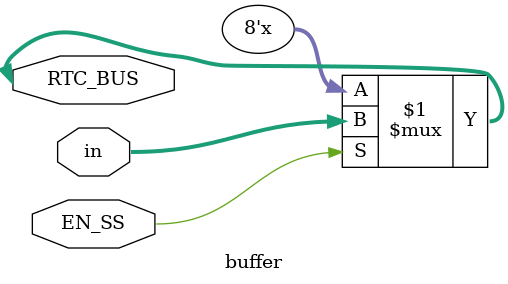
<source format=v>
`timescale 1ns / 1ps
module buffer(
	inout wire [7:0] RTC_BUS,
	input wire EN_SS,
	input wire [7:0] in
    );

	assign RTC_BUS = (EN_SS) ? in : 8'bzzzzzzzz;

endmodule

</source>
